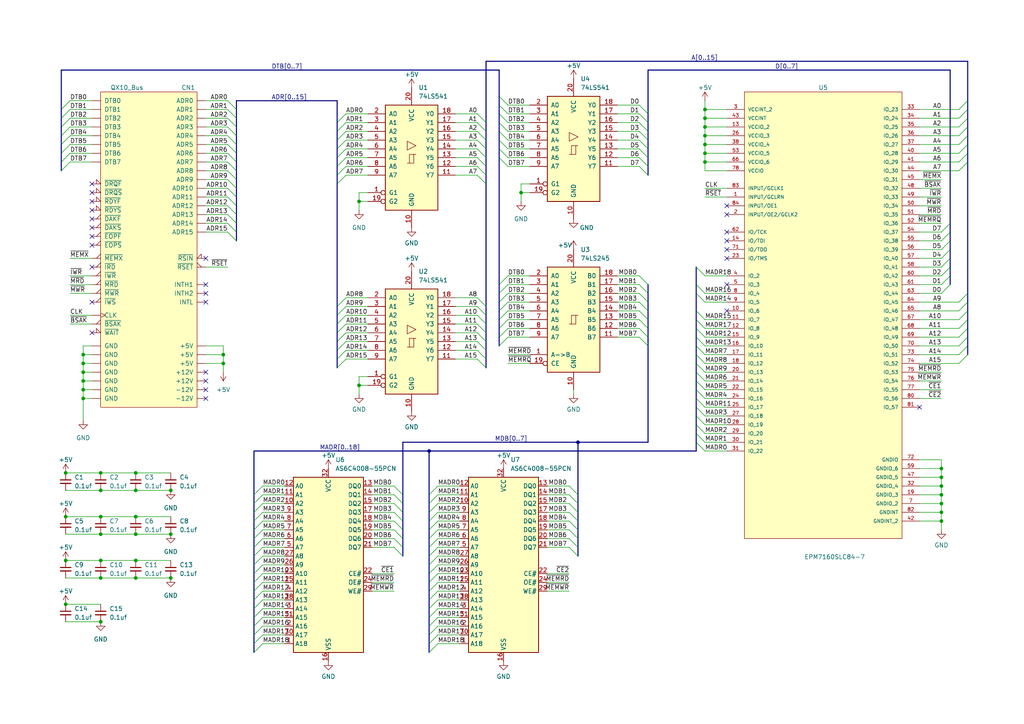
<source format=kicad_sch>
(kicad_sch (version 20211123) (generator eeschema)
  (paper "A4")
  (title_block (title "QX-10 1MB Memory Expansion Board") (date "2022-11-24") (rev "1.0"))
  (junction (at 124.46 130.81))
  (junction (at 19.05 162.56))
  (junction (at 204.47 46.99))
  (junction (at 104.14 58.42))
  (junction (at 64.77 105.41))
  (junction (at 64.77 102.87))
  (junction (at 24.13 105.41))
  (junction (at 24.13 110.49))
  (junction (at 204.47 36.83))
  (junction (at 273.05 146.05))
  (junction (at 29.21 180.34))
  (junction (at 204.47 31.75))
  (junction (at 24.13 113.03))
  (junction (at 39.37 137.16))
  (junction (at 39.37 162.56))
  (junction (at 39.37 167.64))
  (junction (at 29.21 137.16))
  (junction (at 39.37 142.24))
  (junction (at 29.21 149.86))
  (junction (at 273.05 148.59))
  (junction (at 204.47 39.37))
  (junction (at 273.05 143.51))
  (junction (at 24.13 115.57))
  (junction (at 204.47 34.29))
  (junction (at 24.13 107.95))
  (junction (at 24.13 102.87))
  (junction (at 273.05 151.13))
  (junction (at 19.05 149.86))
  (junction (at 19.05 175.26))
  (junction (at 29.21 154.94))
  (junction (at 29.21 167.64))
  (junction (at 49.53 154.94))
  (junction (at 204.47 41.91))
  (junction (at 273.05 135.89))
  (junction (at 19.05 137.16))
  (junction (at 29.21 142.24))
  (junction (at 29.21 162.56))
  (junction (at 49.53 142.24))
  (junction (at 151.13 55.88))
  (junction (at 204.47 44.45))
  (junction (at 104.14 111.76))
  (junction (at 39.37 154.94))
  (junction (at 273.05 138.43))
  (junction (at 273.05 140.97))
  (junction (at 167.64 128.27))
  (junction (at 49.53 167.64))
  (junction (at 39.37 149.86))
  (no_connect (at 210.82 59.69))
  (no_connect (at 210.82 62.23))
  (no_connect (at 210.82 67.31))
  (no_connect (at 210.82 69.85))
  (no_connect (at 210.82 72.39))
  (no_connect (at 210.82 74.93))
  (no_connect (at 26.67 87.63))
  (no_connect (at 59.69 85.09))
  (no_connect (at 26.67 96.52))
  (no_connect (at 26.67 53.34))
  (no_connect (at 26.67 55.88))
  (no_connect (at 26.67 58.42))
  (no_connect (at 26.67 60.96))
  (no_connect (at 26.67 63.5))
  (no_connect (at 59.69 107.95))
  (no_connect (at 59.69 110.49))
  (no_connect (at 59.69 113.03))
  (no_connect (at 59.69 115.57))
  (no_connect (at 59.69 82.55))
  (no_connect (at 59.69 74.93))
  (no_connect (at 59.69 87.63))
  (no_connect (at 26.67 77.47))
  (no_connect (at 26.67 66.04))
  (no_connect (at 26.67 68.58))
  (no_connect (at 26.67 71.12))
  (no_connect (at 266.7 118.11))
  (no_connect (at 210.82 90.17))
  (no_connect (at 210.82 82.55))
  (bus_entry (at 73.66 151.13) (size 2.54 -2.54))
  (bus_entry (at 185.42 85.09) (size 2.54 2.54))
  (bus_entry (at 17.78 41.91) (size 2.54 -2.54))
  (bus_entry (at 66.04 39.37) (size 2.54 2.54))
  (bus_entry (at 273.05 72.39) (size 2.54 -2.54))
  (bus_entry (at 17.78 46.99) (size 2.54 -2.54))
  (bus_entry (at 124.46 184.15) (size 2.54 -2.54))
  (bus_entry (at 278.13 87.63) (size 2.54 -2.54))
  (bus_entry (at 185.42 30.48) (size 2.54 2.54))
  (bus_entry (at 124.46 186.69) (size 2.54 -2.54))
  (bus_entry (at 73.66 146.05) (size 2.54 -2.54))
  (bus_entry (at 66.04 36.83) (size 2.54 2.54))
  (bus_entry (at 66.04 41.91) (size 2.54 2.54))
  (bus_entry (at 165.1 143.51) (size 2.54 2.54))
  (bus_entry (at 17.78 31.75) (size 2.54 -2.54))
  (bus_entry (at 124.46 143.51) (size 2.54 -2.54))
  (bus_entry (at 138.43 48.26) (size 2.54 2.54))
  (bus_entry (at 185.42 38.1) (size 2.54 2.54))
  (bus_entry (at 138.43 101.6) (size 2.54 2.54))
  (bus_entry (at 185.42 87.63) (size 2.54 2.54))
  (bus_entry (at 144.78 33.02) (size 2.54 2.54))
  (bus_entry (at 144.78 90.17) (size 2.54 -2.54))
  (bus_entry (at 278.13 95.25) (size 2.54 -2.54))
  (bus_entry (at 124.46 168.91) (size 2.54 -2.54))
  (bus_entry (at 278.13 41.91) (size 2.54 -2.54))
  (bus_entry (at 138.43 86.36) (size 2.54 2.54))
  (bus_entry (at 278.13 46.99) (size 2.54 -2.54))
  (bus_entry (at 124.46 148.59) (size 2.54 -2.54))
  (bus_entry (at 138.43 91.44) (size 2.54 2.54))
  (bus_entry (at 66.04 31.75) (size 2.54 2.54))
  (bus_entry (at 73.66 148.59) (size 2.54 -2.54))
  (bus_entry (at 273.05 74.93) (size 2.54 -2.54))
  (bus_entry (at 124.46 153.67) (size 2.54 -2.54))
  (bus_entry (at 97.79 88.9) (size 2.54 -2.54))
  (bus_entry (at 165.1 151.13) (size 2.54 2.54))
  (bus_entry (at 73.66 184.15) (size 2.54 -2.54))
  (bus_entry (at 201.93 92.71) (size 2.54 2.54))
  (bus_entry (at 138.43 43.18) (size 2.54 2.54))
  (bus_entry (at 73.66 166.37) (size 2.54 -2.54))
  (bus_entry (at 138.43 99.06) (size 2.54 2.54))
  (bus_entry (at 201.93 95.25) (size 2.54 2.54))
  (bus_entry (at 97.79 50.8) (size 2.54 -2.54))
  (bus_entry (at 138.43 88.9) (size 2.54 2.54))
  (bus_entry (at 124.46 173.99) (size 2.54 -2.54))
  (bus_entry (at 144.78 97.79) (size 2.54 -2.54))
  (bus_entry (at 273.05 80.01) (size 2.54 -2.54))
  (bus_entry (at 144.78 40.64) (size 2.54 2.54))
  (bus_entry (at 185.42 97.79) (size 2.54 2.54))
  (bus_entry (at 73.66 179.07) (size 2.54 -2.54))
  (bus_entry (at 144.78 27.94) (size 2.54 2.54))
  (bus_entry (at 201.93 115.57) (size 2.54 2.54))
  (bus_entry (at 124.46 156.21) (size 2.54 -2.54))
  (bus_entry (at 124.46 166.37) (size 2.54 -2.54))
  (bus_entry (at 201.93 105.41) (size 2.54 2.54))
  (bus_entry (at 66.04 46.99) (size 2.54 2.54))
  (bus_entry (at 124.46 179.07) (size 2.54 -2.54))
  (bus_entry (at 114.3 148.59) (size 2.54 2.54))
  (bus_entry (at 97.79 93.98) (size 2.54 -2.54))
  (bus_entry (at 97.79 99.06) (size 2.54 -2.54))
  (bus_entry (at 278.13 31.75) (size 2.54 -2.54))
  (bus_entry (at 17.78 34.29) (size 2.54 -2.54))
  (bus_entry (at 165.1 156.21) (size 2.54 2.54))
  (bus_entry (at 17.78 44.45) (size 2.54 -2.54))
  (bus_entry (at 278.13 49.53) (size 2.54 -2.54))
  (bus_entry (at 278.13 39.37) (size 2.54 -2.54))
  (bus_entry (at 185.42 48.26) (size 2.54 2.54))
  (bus_entry (at 97.79 38.1) (size 2.54 -2.54))
  (bus_entry (at 144.78 87.63) (size 2.54 -2.54))
  (bus_entry (at 97.79 40.64) (size 2.54 -2.54))
  (bus_entry (at 201.93 125.73) (size 2.54 2.54))
  (bus_entry (at 66.04 54.61) (size 2.54 2.54))
  (bus_entry (at 201.93 100.33) (size 2.54 2.54))
  (bus_entry (at 185.42 35.56) (size 2.54 2.54))
  (bus_entry (at 138.43 40.64) (size 2.54 2.54))
  (bus_entry (at 97.79 106.68) (size 2.54 -2.54))
  (bus_entry (at 97.79 96.52) (size 2.54 -2.54))
  (bus_entry (at 138.43 38.1) (size 2.54 2.54))
  (bus_entry (at 144.78 43.18) (size 2.54 2.54))
  (bus_entry (at 278.13 44.45) (size 2.54 -2.54))
  (bus_entry (at 138.43 93.98) (size 2.54 2.54))
  (bus_entry (at 185.42 82.55) (size 2.54 2.54))
  (bus_entry (at 97.79 104.14) (size 2.54 -2.54))
  (bus_entry (at 165.1 146.05) (size 2.54 2.54))
  (bus_entry (at 144.78 85.09) (size 2.54 -2.54))
  (bus_entry (at 66.04 44.45) (size 2.54 2.54))
  (bus_entry (at 66.04 52.07) (size 2.54 2.54))
  (bus_entry (at 165.1 148.59) (size 2.54 2.54))
  (bus_entry (at 124.46 189.23) (size 2.54 -2.54))
  (bus_entry (at 144.78 45.72) (size 2.54 2.54))
  (bus_entry (at 66.04 59.69) (size 2.54 2.54))
  (bus_entry (at 114.3 143.51) (size 2.54 2.54))
  (bus_entry (at 201.93 107.95) (size 2.54 2.54))
  (bus_entry (at 97.79 45.72) (size 2.54 -2.54))
  (bus_entry (at 124.46 161.29) (size 2.54 -2.54))
  (bus_entry (at 138.43 33.02) (size 2.54 2.54))
  (bus_entry (at 201.93 120.65) (size 2.54 2.54))
  (bus_entry (at 66.04 34.29) (size 2.54 2.54))
  (bus_entry (at 73.66 143.51) (size 2.54 -2.54))
  (bus_entry (at 144.78 100.33) (size 2.54 -2.54))
  (bus_entry (at 144.78 82.55) (size 2.54 -2.54))
  (bus_entry (at 278.13 97.79) (size 2.54 -2.54))
  (bus_entry (at 185.42 92.71) (size 2.54 2.54))
  (bus_entry (at 17.78 39.37) (size 2.54 -2.54))
  (bus_entry (at 185.42 43.18) (size 2.54 2.54))
  (bus_entry (at 97.79 43.18) (size 2.54 -2.54))
  (bus_entry (at 114.3 140.97) (size 2.54 2.54))
  (bus_entry (at 185.42 95.25) (size 2.54 2.54))
  (bus_entry (at 201.93 110.49) (size 2.54 2.54))
  (bus_entry (at 73.66 171.45) (size 2.54 -2.54))
  (bus_entry (at 124.46 171.45) (size 2.54 -2.54))
  (bus_entry (at 73.66 176.53) (size 2.54 -2.54))
  (bus_entry (at 278.13 102.87) (size 2.54 -2.54))
  (bus_entry (at 73.66 161.29) (size 2.54 -2.54))
  (bus_entry (at 165.1 158.75) (size 2.54 2.54))
  (bus_entry (at 138.43 96.52) (size 2.54 2.54))
  (bus_entry (at 73.66 153.67) (size 2.54 -2.54))
  (bus_entry (at 273.05 77.47) (size 2.54 -2.54))
  (bus_entry (at 66.04 29.21) (size 2.54 2.54))
  (bus_entry (at 201.93 97.79) (size 2.54 2.54))
  (bus_entry (at 124.46 158.75) (size 2.54 -2.54))
  (bus_entry (at 97.79 48.26) (size 2.54 -2.54))
  (bus_entry (at 144.78 92.71) (size 2.54 -2.54))
  (bus_entry (at 201.93 113.03) (size 2.54 2.54))
  (bus_entry (at 73.66 158.75) (size 2.54 -2.54))
  (bus_entry (at 97.79 53.34) (size 2.54 -2.54))
  (bus_entry (at 114.3 146.05) (size 2.54 2.54))
  (bus_entry (at 273.05 69.85) (size 2.54 -2.54))
  (bus_entry (at 97.79 101.6) (size 2.54 -2.54))
  (bus_entry (at 278.13 105.41) (size 2.54 -2.54))
  (bus_entry (at 66.04 57.15) (size 2.54 2.54))
  (bus_entry (at 138.43 35.56) (size 2.54 2.54))
  (bus_entry (at 73.66 173.99) (size 2.54 -2.54))
  (bus_entry (at 73.66 156.21) (size 2.54 -2.54))
  (bus_entry (at 17.78 36.83) (size 2.54 -2.54))
  (bus_entry (at 278.13 100.33) (size 2.54 -2.54))
  (bus_entry (at 278.13 90.17) (size 2.54 -2.54))
  (bus_entry (at 185.42 80.01) (size 2.54 2.54))
  (bus_entry (at 201.93 128.27) (size 2.54 2.54))
  (bus_entry (at 278.13 36.83) (size 2.54 -2.54))
  (bus_entry (at 144.78 95.25) (size 2.54 -2.54))
  (bus_entry (at 114.3 153.67) (size 2.54 2.54))
  (bus_entry (at 124.46 151.13) (size 2.54 -2.54))
  (bus_entry (at 73.66 186.69) (size 2.54 -2.54))
  (bus_entry (at 114.3 158.75) (size 2.54 2.54))
  (bus_entry (at 201.93 123.19) (size 2.54 2.54))
  (bus_entry (at 185.42 90.17) (size 2.54 2.54))
  (bus_entry (at 201.93 77.47) (size 2.54 2.54))
  (bus_entry (at 201.93 82.55) (size 2.54 2.54))
  (bus_entry (at 201.93 85.09) (size 2.54 2.54))
  (bus_entry (at 201.93 90.17) (size 2.54 2.54))
  (bus_entry (at 138.43 45.72) (size 2.54 2.54))
  (bus_entry (at 73.66 189.23) (size 2.54 -2.54))
  (bus_entry (at 278.13 92.71) (size 2.54 -2.54))
  (bus_entry (at 201.93 102.87) (size 2.54 2.54))
  (bus_entry (at 185.42 33.02) (size 2.54 2.54))
  (bus_entry (at 73.66 181.61) (size 2.54 -2.54))
  (bus_entry (at 144.78 35.56) (size 2.54 2.54))
  (bus_entry (at 66.04 49.53) (size 2.54 2.54))
  (bus_entry (at 185.42 45.72) (size 2.54 2.54))
  (bus_entry (at 201.93 118.11) (size 2.54 2.54))
  (bus_entry (at 73.66 163.83) (size 2.54 -2.54))
  (bus_entry (at 17.78 49.53) (size 2.54 -2.54))
  (bus_entry (at 273.05 82.55) (size 2.54 -2.54))
  (bus_entry (at 185.42 40.64) (size 2.54 2.54))
  (bus_entry (at 165.1 153.67) (size 2.54 2.54))
  (bus_entry (at 66.04 62.23) (size 2.54 2.54))
  (bus_entry (at 73.66 168.91) (size 2.54 -2.54))
  (bus_entry (at 97.79 91.44) (size 2.54 -2.54))
  (bus_entry (at 273.05 85.09) (size 2.54 -2.54))
  (bus_entry (at 124.46 163.83) (size 2.54 -2.54))
  (bus_entry (at 66.04 64.77) (size 2.54 2.54))
  (bus_entry (at 138.43 104.14) (size 2.54 2.54))
  (bus_entry (at 124.46 146.05) (size 2.54 -2.54))
  (bus_entry (at 66.04 67.31) (size 2.54 2.54))
  (bus_entry (at 144.78 30.48) (size 2.54 2.54))
  (bus_entry (at 114.3 156.21) (size 2.54 2.54))
  (bus_entry (at 278.13 34.29) (size 2.54 -2.54))
  (bus_entry (at 273.05 67.31) (size 2.54 -2.54))
  (bus_entry (at 114.3 151.13) (size 2.54 2.54))
  (bus_entry (at 138.43 50.8) (size 2.54 2.54))
  (bus_entry (at 144.78 38.1) (size 2.54 2.54))
  (bus_entry (at 124.46 176.53) (size 2.54 -2.54))
  (bus_entry (at 97.79 35.56) (size 2.54 -2.54))
  (bus_entry (at 124.46 181.61) (size 2.54 -2.54))
  (bus_entry (at 165.1 140.97) (size 2.54 2.54))
  (wire (pts (xy 147.32 102.87) (xy 153.67 102.87)))
  (wire (pts (xy 127 148.59) (xy 133.35 148.59)))
  (bus (pts (xy 140.97 43.18) (xy 140.97 45.72)))
  (wire (pts (xy 59.69 44.45) (xy 66.04 44.45)))
  (wire (pts (xy 266.7 135.89) (xy 273.05 135.89)))
  (bus (pts (xy 144.78 35.56) (xy 144.78 38.1)))
  (bus (pts (xy 140.97 50.8) (xy 140.97 53.34)))
  (wire (pts (xy 273.05 143.51) (xy 273.05 146.05)))
  (wire (pts (xy 179.07 95.25) (xy 185.42 95.25)))
  (wire (pts (xy 204.47 120.65) (xy 210.82 120.65)))
  (wire (pts (xy 24.13 115.57) (xy 24.13 121.92)))
  (wire (pts (xy 266.7 74.93) (xy 273.05 74.93)))
  (wire (pts (xy 20.32 46.99) (xy 26.67 46.99)))
  (wire (pts (xy 266.7 151.13) (xy 273.05 151.13)))
  (bus (pts (xy 68.58 57.15) (xy 68.58 54.61)))
  (bus (pts (xy 144.78 20.32) (xy 144.78 27.94)))
  (bus (pts (xy 68.58 64.77) (xy 68.58 62.23)))
  (wire (pts (xy 59.69 64.77) (xy 66.04 64.77)))
  (wire (pts (xy 158.75 171.45) (xy 165.1 171.45)))
  (wire (pts (xy 106.68 109.22) (xy 104.14 109.22)))
  (wire (pts (xy 59.69 46.99) (xy 66.04 46.99)))
  (wire (pts (xy 127 156.21) (xy 133.35 156.21)))
  (wire (pts (xy 20.32 80.01) (xy 26.67 80.01)))
  (wire (pts (xy 104.14 58.42) (xy 104.14 60.96)))
  (wire (pts (xy 266.7 82.55) (xy 273.05 82.55)))
  (wire (pts (xy 151.13 55.88) (xy 153.67 55.88)))
  (wire (pts (xy 127 181.61) (xy 133.35 181.61)))
  (wire (pts (xy 26.67 100.33) (xy 24.13 100.33)))
  (wire (pts (xy 266.7 49.53) (xy 278.13 49.53)))
  (bus (pts (xy 73.66 158.75) (xy 73.66 156.21)))
  (wire (pts (xy 19.05 137.16) (xy 29.21 137.16)))
  (bus (pts (xy 97.79 104.14) (xy 97.79 106.68)))
  (bus (pts (xy 187.96 90.17) (xy 187.96 92.71)))
  (wire (pts (xy 204.47 128.27) (xy 210.82 128.27)))
  (bus (pts (xy 73.66 179.07) (xy 73.66 176.53)))
  (wire (pts (xy 127 179.07) (xy 133.35 179.07)))
  (bus (pts (xy 167.64 143.51) (xy 167.64 146.05)))
  (wire (pts (xy 100.33 91.44) (xy 106.68 91.44)))
  (wire (pts (xy 127 153.67) (xy 133.35 153.67)))
  (wire (pts (xy 132.08 43.18) (xy 138.43 43.18)))
  (wire (pts (xy 204.47 36.83) (xy 204.47 39.37)))
  (wire (pts (xy 132.08 93.98) (xy 138.43 93.98)))
  (wire (pts (xy 24.13 102.87) (xy 24.13 105.41)))
  (bus (pts (xy 73.66 161.29) (xy 73.66 158.75)))
  (bus (pts (xy 280.67 100.33) (xy 280.67 97.79)))
  (bus (pts (xy 116.84 128.27) (xy 167.64 128.27)))
  (wire (pts (xy 20.32 39.37) (xy 26.67 39.37)))
  (wire (pts (xy 273.05 146.05) (xy 273.05 148.59)))
  (wire (pts (xy 76.2 168.91) (xy 82.55 168.91)))
  (wire (pts (xy 266.7 110.49) (xy 273.05 110.49)))
  (bus (pts (xy 280.67 92.71) (xy 280.67 90.17)))
  (bus (pts (xy 187.96 33.02) (xy 187.96 35.56)))
  (wire (pts (xy 132.08 88.9) (xy 138.43 88.9)))
  (wire (pts (xy 24.13 110.49) (xy 26.67 110.49)))
  (bus (pts (xy 73.66 168.91) (xy 73.66 166.37)))
  (wire (pts (xy 158.75 151.13) (xy 165.1 151.13)))
  (wire (pts (xy 147.32 90.17) (xy 153.67 90.17)))
  (bus (pts (xy 68.58 67.31) (xy 68.58 64.77)))
  (bus (pts (xy 144.78 38.1) (xy 144.78 40.64)))
  (bus (pts (xy 17.78 46.99) (xy 17.78 49.53)))
  (wire (pts (xy 24.13 100.33) (xy 24.13 102.87)))
  (wire (pts (xy 20.32 74.93) (xy 26.67 74.93)))
  (bus (pts (xy 140.97 38.1) (xy 140.97 40.64)))
  (wire (pts (xy 147.32 40.64) (xy 153.67 40.64)))
  (wire (pts (xy 127 166.37) (xy 133.35 166.37)))
  (wire (pts (xy 147.32 33.02) (xy 153.67 33.02)))
  (wire (pts (xy 59.69 62.23) (xy 66.04 62.23)))
  (wire (pts (xy 266.7 87.63) (xy 278.13 87.63)))
  (bus (pts (xy 280.67 87.63) (xy 280.67 85.09)))
  (wire (pts (xy 266.7 36.83) (xy 278.13 36.83)))
  (bus (pts (xy 73.66 143.51) (xy 73.66 130.81)))
  (wire (pts (xy 158.75 143.51) (xy 165.1 143.51)))
  (bus (pts (xy 124.46 151.13) (xy 124.46 153.67)))
  (bus (pts (xy 73.66 189.23) (xy 73.66 186.69)))
  (bus (pts (xy 187.96 92.71) (xy 187.96 95.25)))
  (bus (pts (xy 73.66 166.37) (xy 73.66 163.83)))
  (bus (pts (xy 280.67 41.91) (xy 280.67 39.37)))
  (wire (pts (xy 20.32 44.45) (xy 26.67 44.45)))
  (bus (pts (xy 280.67 46.99) (xy 280.67 44.45)))
  (wire (pts (xy 100.33 50.8) (xy 106.68 50.8)))
  (bus (pts (xy 73.66 171.45) (xy 73.66 168.91)))
  (wire (pts (xy 179.07 85.09) (xy 185.42 85.09)))
  (bus (pts (xy 187.96 20.32) (xy 187.96 33.02)))
  (wire (pts (xy 76.2 163.83) (xy 82.55 163.83)))
  (wire (pts (xy 64.77 105.41) (xy 64.77 107.95)))
  (wire (pts (xy 59.69 59.69) (xy 66.04 59.69)))
  (bus (pts (xy 140.97 91.44) (xy 140.97 93.98)))
  (bus (pts (xy 167.64 153.67) (xy 167.64 156.21)))
  (wire (pts (xy 151.13 55.88) (xy 151.13 58.42)))
  (wire (pts (xy 127 173.99) (xy 133.35 173.99)))
  (bus (pts (xy 140.97 104.14) (xy 140.97 106.68)))
  (wire (pts (xy 29.21 167.64) (xy 39.37 167.64)))
  (bus (pts (xy 124.46 148.59) (xy 124.46 151.13)))
  (bus (pts (xy 140.97 99.06) (xy 140.97 101.6)))
  (bus (pts (xy 124.46 161.29) (xy 124.46 163.83)))
  (bus (pts (xy 187.96 100.33) (xy 187.96 128.27)))
  (wire (pts (xy 59.69 49.53) (xy 66.04 49.53)))
  (wire (pts (xy 106.68 55.88) (xy 104.14 55.88)))
  (bus (pts (xy 124.46 153.67) (xy 124.46 156.21)))
  (wire (pts (xy 179.07 92.71) (xy 185.42 92.71)))
  (bus (pts (xy 68.58 52.07) (xy 68.58 49.53)))
  (bus (pts (xy 140.97 45.72) (xy 140.97 48.26)))
  (wire (pts (xy 266.7 80.01) (xy 273.05 80.01)))
  (bus (pts (xy 116.84 148.59) (xy 116.84 146.05)))
  (wire (pts (xy 76.2 181.61) (xy 82.55 181.61)))
  (bus (pts (xy 140.97 88.9) (xy 140.97 91.44)))
  (bus (pts (xy 124.46 181.61) (xy 124.46 184.15)))
  (wire (pts (xy 266.7 100.33) (xy 278.13 100.33)))
  (bus (pts (xy 187.96 97.79) (xy 187.96 100.33)))
  (wire (pts (xy 147.32 82.55) (xy 153.67 82.55)))
  (wire (pts (xy 204.47 31.75) (xy 204.47 34.29)))
  (wire (pts (xy 19.05 162.56) (xy 29.21 162.56)))
  (wire (pts (xy 132.08 33.02) (xy 138.43 33.02)))
  (bus (pts (xy 124.46 173.99) (xy 124.46 176.53)))
  (bus (pts (xy 201.93 107.95) (xy 201.93 105.41)))
  (wire (pts (xy 266.7 102.87) (xy 278.13 102.87)))
  (bus (pts (xy 144.78 30.48) (xy 144.78 33.02)))
  (wire (pts (xy 132.08 96.52) (xy 138.43 96.52)))
  (bus (pts (xy 280.67 85.09) (xy 280.67 46.99)))
  (bus (pts (xy 280.67 102.87) (xy 280.67 100.33)))
  (wire (pts (xy 147.32 43.18) (xy 153.67 43.18)))
  (bus (pts (xy 140.97 35.56) (xy 140.97 38.1)))
  (wire (pts (xy 76.2 173.99) (xy 82.55 173.99)))
  (bus (pts (xy 201.93 105.41) (xy 201.93 102.87)))
  (bus (pts (xy 73.66 151.13) (xy 73.66 148.59)))
  (wire (pts (xy 132.08 35.56) (xy 138.43 35.56)))
  (wire (pts (xy 132.08 45.72) (xy 138.43 45.72)))
  (bus (pts (xy 140.97 101.6) (xy 140.97 104.14)))
  (wire (pts (xy 158.75 156.21) (xy 165.1 156.21)))
  (bus (pts (xy 97.79 96.52) (xy 97.79 99.06)))
  (wire (pts (xy 76.2 153.67) (xy 82.55 153.67)))
  (bus (pts (xy 144.78 90.17) (xy 144.78 87.63)))
  (wire (pts (xy 100.33 33.02) (xy 106.68 33.02)))
  (bus (pts (xy 116.84 146.05) (xy 116.84 143.51)))
  (bus (pts (xy 68.58 29.21) (xy 97.79 29.21)))
  (bus (pts (xy 275.59 72.39) (xy 275.59 74.93)))
  (bus (pts (xy 97.79 29.21) (xy 97.79 35.56)))
  (bus (pts (xy 73.66 176.53) (xy 73.66 173.99)))
  (wire (pts (xy 29.21 154.94) (xy 39.37 154.94)))
  (bus (pts (xy 144.78 27.94) (xy 144.78 30.48)))
  (bus (pts (xy 124.46 166.37) (xy 124.46 168.91)))
  (wire (pts (xy 107.95 143.51) (xy 114.3 143.51)))
  (wire (pts (xy 39.37 167.64) (xy 49.53 167.64)))
  (wire (pts (xy 179.07 90.17) (xy 185.42 90.17)))
  (bus (pts (xy 144.78 40.64) (xy 144.78 43.18)))
  (wire (pts (xy 204.47 92.71) (xy 210.82 92.71)))
  (bus (pts (xy 73.66 163.83) (xy 73.66 161.29)))
  (wire (pts (xy 104.14 109.22) (xy 104.14 111.76)))
  (wire (pts (xy 100.33 101.6) (xy 106.68 101.6)))
  (bus (pts (xy 167.64 128.27) (xy 167.64 143.51)))
  (bus (pts (xy 140.97 40.64) (xy 140.97 43.18)))
  (wire (pts (xy 266.7 31.75) (xy 278.13 31.75)))
  (wire (pts (xy 24.13 105.41) (xy 24.13 107.95)))
  (bus (pts (xy 167.64 128.27) (xy 187.96 128.27)))
  (bus (pts (xy 124.46 130.81) (xy 201.93 130.81)))
  (wire (pts (xy 204.47 57.15) (xy 210.82 57.15)))
  (wire (pts (xy 147.32 95.25) (xy 153.67 95.25)))
  (wire (pts (xy 76.2 161.29) (xy 82.55 161.29)))
  (bus (pts (xy 201.93 92.71) (xy 201.93 90.17)))
  (bus (pts (xy 116.84 128.27) (xy 116.84 143.51)))
  (wire (pts (xy 24.13 102.87) (xy 26.67 102.87)))
  (bus (pts (xy 116.84 151.13) (xy 116.84 148.59)))
  (bus (pts (xy 140.97 96.52) (xy 140.97 99.06)))
  (wire (pts (xy 204.47 39.37) (xy 204.47 41.91)))
  (bus (pts (xy 17.78 41.91) (xy 17.78 44.45)))
  (bus (pts (xy 275.59 74.93) (xy 275.59 77.47)))
  (wire (pts (xy 204.47 39.37) (xy 210.82 39.37)))
  (wire (pts (xy 158.75 140.97) (xy 165.1 140.97)))
  (wire (pts (xy 20.32 41.91) (xy 26.67 41.91)))
  (bus (pts (xy 275.59 77.47) (xy 275.59 80.01)))
  (bus (pts (xy 97.79 93.98) (xy 97.79 96.52)))
  (wire (pts (xy 59.69 52.07) (xy 66.04 52.07)))
  (wire (pts (xy 204.47 105.41) (xy 210.82 105.41)))
  (wire (pts (xy 204.47 44.45) (xy 204.47 46.99)))
  (wire (pts (xy 20.32 93.98) (xy 26.67 93.98)))
  (wire (pts (xy 20.32 82.55) (xy 26.67 82.55)))
  (wire (pts (xy 204.47 31.75) (xy 210.82 31.75)))
  (bus (pts (xy 275.59 20.32) (xy 187.96 20.32)))
  (bus (pts (xy 68.58 36.83) (xy 68.58 34.29)))
  (wire (pts (xy 147.32 97.79) (xy 153.67 97.79)))
  (bus (pts (xy 68.58 41.91) (xy 68.58 39.37)))
  (wire (pts (xy 204.47 102.87) (xy 210.82 102.87)))
  (bus (pts (xy 124.46 171.45) (xy 124.46 173.99)))
  (wire (pts (xy 147.32 92.71) (xy 153.67 92.71)))
  (bus (pts (xy 275.59 20.32) (xy 275.59 64.77)))
  (wire (pts (xy 29.21 137.16) (xy 39.37 137.16)))
  (bus (pts (xy 201.93 113.03) (xy 201.93 110.49)))
  (wire (pts (xy 107.95 166.37) (xy 114.3 166.37)))
  (bus (pts (xy 68.58 49.53) (xy 68.58 46.99)))
  (wire (pts (xy 266.7 146.05) (xy 273.05 146.05)))
  (wire (pts (xy 266.7 113.03) (xy 273.05 113.03)))
  (wire (pts (xy 266.7 143.51) (xy 273.05 143.51)))
  (wire (pts (xy 19.05 142.24) (xy 29.21 142.24)))
  (wire (pts (xy 204.47 36.83) (xy 210.82 36.83)))
  (wire (pts (xy 266.7 46.99) (xy 278.13 46.99)))
  (wire (pts (xy 204.47 29.21) (xy 204.47 31.75)))
  (wire (pts (xy 107.95 171.45) (xy 114.3 171.45)))
  (wire (pts (xy 24.13 113.03) (xy 24.13 115.57)))
  (bus (pts (xy 275.59 67.31) (xy 275.59 69.85)))
  (wire (pts (xy 204.47 41.91) (xy 210.82 41.91)))
  (wire (pts (xy 127 146.05) (xy 133.35 146.05)))
  (bus (pts (xy 17.78 34.29) (xy 17.78 36.83)))
  (wire (pts (xy 132.08 48.26) (xy 138.43 48.26)))
  (bus (pts (xy 140.97 35.56) (xy 140.97 17.78)))
  (bus (pts (xy 17.78 44.45) (xy 17.78 46.99)))
  (bus (pts (xy 187.96 43.18) (xy 187.96 45.72)))
  (wire (pts (xy 147.32 80.01) (xy 153.67 80.01)))
  (wire (pts (xy 266.7 92.71) (xy 278.13 92.71)))
  (wire (pts (xy 273.05 138.43) (xy 273.05 140.97)))
  (bus (pts (xy 124.46 163.83) (xy 124.46 166.37)))
  (wire (pts (xy 179.07 35.56) (xy 185.42 35.56)))
  (wire (pts (xy 266.7 72.39) (xy 273.05 72.39)))
  (wire (pts (xy 100.33 93.98) (xy 106.68 93.98)))
  (bus (pts (xy 124.46 158.75) (xy 124.46 161.29)))
  (wire (pts (xy 158.75 146.05) (xy 165.1 146.05)))
  (wire (pts (xy 179.07 97.79) (xy 185.42 97.79)))
  (wire (pts (xy 59.69 36.83) (xy 66.04 36.83)))
  (wire (pts (xy 147.32 30.48) (xy 153.67 30.48)))
  (wire (pts (xy 179.07 48.26) (xy 185.42 48.26)))
  (wire (pts (xy 39.37 154.94) (xy 49.53 154.94)))
  (wire (pts (xy 100.33 38.1) (xy 106.68 38.1)))
  (wire (pts (xy 204.47 46.99) (xy 204.47 49.53)))
  (wire (pts (xy 153.67 53.34) (xy 151.13 53.34)))
  (bus (pts (xy 73.66 146.05) (xy 73.66 143.51)))
  (wire (pts (xy 127 140.97) (xy 133.35 140.97)))
  (bus (pts (xy 201.93 130.81) (xy 201.93 128.27)))
  (wire (pts (xy 204.47 113.03) (xy 210.82 113.03)))
  (wire (pts (xy 147.32 38.1) (xy 153.67 38.1)))
  (wire (pts (xy 132.08 40.64) (xy 138.43 40.64)))
  (wire (pts (xy 76.2 156.21) (xy 82.55 156.21)))
  (bus (pts (xy 17.78 20.32) (xy 17.78 31.75)))
  (wire (pts (xy 127 171.45) (xy 133.35 171.45)))
  (bus (pts (xy 201.93 118.11) (xy 201.93 115.57)))
  (wire (pts (xy 107.95 158.75) (xy 114.3 158.75)))
  (wire (pts (xy 273.05 148.59) (xy 273.05 151.13)))
  (bus (pts (xy 140.97 93.98) (xy 140.97 96.52)))
  (bus (pts (xy 280.67 44.45) (xy 280.67 41.91)))
  (wire (pts (xy 266.7 140.97) (xy 273.05 140.97)))
  (bus (pts (xy 116.84 153.67) (xy 116.84 151.13)))
  (bus (pts (xy 201.93 102.87) (xy 201.93 100.33)))
  (wire (pts (xy 24.13 113.03) (xy 26.67 113.03)))
  (wire (pts (xy 76.2 186.69) (xy 82.55 186.69)))
  (bus (pts (xy 124.46 156.21) (xy 124.46 158.75)))
  (bus (pts (xy 124.46 179.07) (xy 124.46 181.61)))
  (wire (pts (xy 147.32 85.09) (xy 153.67 85.09)))
  (bus (pts (xy 280.67 34.29) (xy 280.67 31.75)))
  (wire (pts (xy 147.32 105.41) (xy 153.67 105.41)))
  (wire (pts (xy 266.7 64.77) (xy 273.05 64.77)))
  (wire (pts (xy 19.05 149.86) (xy 29.21 149.86)))
  (bus (pts (xy 17.78 31.75) (xy 17.78 34.29)))
  (bus (pts (xy 73.66 173.99) (xy 73.66 171.45)))
  (bus (pts (xy 144.78 87.63) (xy 144.78 85.09)))
  (wire (pts (xy 104.14 55.88) (xy 104.14 58.42)))
  (bus (pts (xy 73.66 130.81) (xy 124.46 130.81)))
  (bus (pts (xy 97.79 40.64) (xy 97.79 43.18)))
  (bus (pts (xy 97.79 38.1) (xy 97.79 40.64)))
  (wire (pts (xy 20.32 29.21) (xy 26.67 29.21)))
  (bus (pts (xy 68.58 34.29) (xy 68.58 31.75)))
  (wire (pts (xy 210.82 130.81) (xy 204.47 130.81)))
  (bus (pts (xy 73.66 156.21) (xy 73.66 153.67)))
  (wire (pts (xy 19.05 167.64) (xy 29.21 167.64)))
  (wire (pts (xy 147.32 35.56) (xy 153.67 35.56)))
  (bus (pts (xy 68.58 44.45) (xy 68.58 41.91)))
  (bus (pts (xy 280.67 29.21) (xy 280.67 17.78)))
  (wire (pts (xy 20.32 34.29) (xy 26.67 34.29)))
  (wire (pts (xy 127 151.13) (xy 133.35 151.13)))
  (wire (pts (xy 76.2 184.15) (xy 82.55 184.15)))
  (wire (pts (xy 100.33 104.14) (xy 106.68 104.14)))
  (wire (pts (xy 179.07 40.64) (xy 185.42 40.64)))
  (wire (pts (xy 266.7 105.41) (xy 278.13 105.41)))
  (wire (pts (xy 64.77 100.33) (xy 64.77 102.87)))
  (wire (pts (xy 266.7 59.69) (xy 273.05 59.69)))
  (wire (pts (xy 29.21 149.86) (xy 39.37 149.86)))
  (bus (pts (xy 167.64 146.05) (xy 167.64 148.59)))
  (bus (pts (xy 116.84 156.21) (xy 116.84 153.67)))
  (bus (pts (xy 167.64 158.75) (xy 167.64 161.29)))
  (wire (pts (xy 76.2 166.37) (xy 82.55 166.37)))
  (wire (pts (xy 39.37 137.16) (xy 49.53 137.16)))
  (bus (pts (xy 97.79 35.56) (xy 97.79 38.1)))
  (wire (pts (xy 204.47 49.53) (xy 210.82 49.53)))
  (wire (pts (xy 59.69 39.37) (xy 66.04 39.37)))
  (bus (pts (xy 140.97 53.34) (xy 140.97 88.9)))
  (wire (pts (xy 107.95 146.05) (xy 114.3 146.05)))
  (wire (pts (xy 100.33 45.72) (xy 106.68 45.72)))
  (wire (pts (xy 59.69 67.31) (xy 66.04 67.31)))
  (wire (pts (xy 19.05 154.94) (xy 29.21 154.94)))
  (wire (pts (xy 76.2 143.51) (xy 82.55 143.51)))
  (bus (pts (xy 124.46 176.53) (xy 124.46 179.07)))
  (bus (pts (xy 201.93 120.65) (xy 201.93 118.11)))
  (wire (pts (xy 204.47 46.99) (xy 210.82 46.99)))
  (wire (pts (xy 104.14 111.76) (xy 104.14 114.3)))
  (bus (pts (xy 201.93 125.73) (xy 201.93 123.19)))
  (bus (pts (xy 68.58 46.99) (xy 68.58 44.45)))
  (wire (pts (xy 19.05 175.26) (xy 29.21 175.26)))
  (bus (pts (xy 97.79 48.26) (xy 97.79 50.8)))
  (wire (pts (xy 24.13 107.95) (xy 26.67 107.95)))
  (bus (pts (xy 17.78 20.32) (xy 144.78 20.32)))
  (bus (pts (xy 201.93 90.17) (xy 201.93 85.09)))
  (wire (pts (xy 19.05 180.34) (xy 29.21 180.34)))
  (wire (pts (xy 266.7 69.85) (xy 273.05 69.85)))
  (wire (pts (xy 204.47 95.25) (xy 210.82 95.25)))
  (wire (pts (xy 179.07 80.01) (xy 185.42 80.01)))
  (wire (pts (xy 204.47 85.09) (xy 210.82 85.09)))
  (wire (pts (xy 107.95 156.21) (xy 114.3 156.21)))
  (wire (pts (xy 204.47 100.33) (xy 210.82 100.33)))
  (bus (pts (xy 140.97 17.78) (xy 280.67 17.78)))
  (bus (pts (xy 97.79 43.18) (xy 97.79 45.72)))
  (bus (pts (xy 97.79 45.72) (xy 97.79 48.26)))
  (wire (pts (xy 204.47 34.29) (xy 210.82 34.29)))
  (wire (pts (xy 204.47 41.91) (xy 204.47 44.45)))
  (wire (pts (xy 204.47 123.19) (xy 210.82 123.19)))
  (bus (pts (xy 280.67 39.37) (xy 280.67 36.83)))
  (bus (pts (xy 124.46 168.91) (xy 124.46 171.45)))
  (wire (pts (xy 204.47 107.95) (xy 210.82 107.95)))
  (wire (pts (xy 266.7 148.59) (xy 273.05 148.59)))
  (wire (pts (xy 127 176.53) (xy 133.35 176.53)))
  (bus (pts (xy 167.64 148.59) (xy 167.64 151.13)))
  (wire (pts (xy 204.47 87.63) (xy 210.82 87.63)))
  (bus (pts (xy 201.93 100.33) (xy 201.93 97.79)))
  (bus (pts (xy 124.46 186.69) (xy 124.46 189.23)))
  (wire (pts (xy 204.47 44.45) (xy 210.82 44.45)))
  (wire (pts (xy 20.32 36.83) (xy 26.67 36.83)))
  (wire (pts (xy 266.7 95.25) (xy 278.13 95.25)))
  (wire (pts (xy 76.2 140.97) (xy 82.55 140.97)))
  (bus (pts (xy 167.64 156.21) (xy 167.64 158.75)))
  (wire (pts (xy 100.33 96.52) (xy 106.68 96.52)))
  (wire (pts (xy 158.75 153.67) (xy 165.1 153.67)))
  (wire (pts (xy 59.69 102.87) (xy 64.77 102.87)))
  (bus (pts (xy 201.93 95.25) (xy 201.93 92.71)))
  (wire (pts (xy 132.08 101.6) (xy 138.43 101.6)))
  (wire (pts (xy 127 163.83) (xy 133.35 163.83)))
  (bus (pts (xy 124.46 146.05) (xy 124.46 148.59)))
  (bus (pts (xy 17.78 39.37) (xy 17.78 41.91)))
  (wire (pts (xy 59.69 29.21) (xy 66.04 29.21)))
  (wire (pts (xy 59.69 34.29) (xy 66.04 34.29)))
  (wire (pts (xy 266.7 133.35) (xy 273.05 133.35)))
  (bus (pts (xy 97.79 88.9) (xy 97.79 91.44)))
  (wire (pts (xy 76.2 148.59) (xy 82.55 148.59)))
  (wire (pts (xy 100.33 40.64) (xy 106.68 40.64)))
  (bus (pts (xy 116.84 158.75) (xy 116.84 156.21)))
  (bus (pts (xy 187.96 45.72) (xy 187.96 48.26)))
  (bus (pts (xy 144.78 92.71) (xy 144.78 90.17)))
  (wire (pts (xy 104.14 111.76) (xy 106.68 111.76)))
  (wire (pts (xy 179.07 38.1) (xy 185.42 38.1)))
  (wire (pts (xy 266.7 44.45) (xy 278.13 44.45)))
  (wire (pts (xy 179.07 30.48) (xy 185.42 30.48)))
  (wire (pts (xy 266.7 34.29) (xy 278.13 34.29)))
  (wire (pts (xy 132.08 99.06) (xy 138.43 99.06)))
  (wire (pts (xy 266.7 41.91) (xy 278.13 41.91)))
  (bus (pts (xy 68.58 31.75) (xy 68.58 29.21)))
  (wire (pts (xy 266.7 115.57) (xy 273.05 115.57)))
  (wire (pts (xy 127 161.29) (xy 133.35 161.29)))
  (bus (pts (xy 68.58 39.37) (xy 68.58 36.83)))
  (wire (pts (xy 132.08 50.8) (xy 138.43 50.8)))
  (bus (pts (xy 73.66 153.67) (xy 73.66 151.13)))
  (wire (pts (xy 158.75 148.59) (xy 165.1 148.59)))
  (wire (pts (xy 204.47 115.57) (xy 210.82 115.57)))
  (bus (pts (xy 144.78 45.72) (xy 144.78 82.55)))
  (wire (pts (xy 29.21 142.24) (xy 39.37 142.24)))
  (bus (pts (xy 144.78 85.09) (xy 144.78 82.55)))
  (bus (pts (xy 68.58 54.61) (xy 68.58 52.07)))
  (bus (pts (xy 201.93 110.49) (xy 201.93 107.95)))
  (bus (pts (xy 280.67 36.83) (xy 280.67 34.29)))
  (wire (pts (xy 147.32 45.72) (xy 153.67 45.72)))
  (bus (pts (xy 201.93 115.57) (xy 201.93 113.03)))
  (bus (pts (xy 167.64 151.13) (xy 167.64 153.67)))
  (wire (pts (xy 76.2 146.05) (xy 82.55 146.05)))
  (wire (pts (xy 127 186.69) (xy 133.35 186.69)))
  (wire (pts (xy 39.37 162.56) (xy 49.53 162.56)))
  (wire (pts (xy 24.13 105.41) (xy 26.67 105.41)))
  (wire (pts (xy 127 143.51) (xy 133.35 143.51)))
  (wire (pts (xy 204.47 118.11) (xy 210.82 118.11)))
  (wire (pts (xy 204.47 125.73) (xy 210.82 125.73)))
  (wire (pts (xy 147.32 87.63) (xy 153.67 87.63)))
  (bus (pts (xy 140.97 48.26) (xy 140.97 50.8)))
  (bus (pts (xy 187.96 87.63) (xy 187.96 90.17)))
  (bus (pts (xy 144.78 97.79) (xy 144.78 95.25)))
  (wire (pts (xy 20.32 85.09) (xy 26.67 85.09)))
  (bus (pts (xy 144.78 95.25) (xy 144.78 92.71)))
  (bus (pts (xy 97.79 53.34) (xy 97.79 88.9)))
  (bus (pts (xy 73.66 184.15) (xy 73.66 181.61)))
  (wire (pts (xy 76.2 151.13) (xy 82.55 151.13)))
  (bus (pts (xy 97.79 91.44) (xy 97.79 93.98)))
  (wire (pts (xy 266.7 62.23) (xy 273.05 62.23)))
  (wire (pts (xy 132.08 86.36) (xy 138.43 86.36)))
  (wire (pts (xy 104.14 58.42) (xy 106.68 58.42)))
  (wire (pts (xy 127 168.91) (xy 133.35 168.91)))
  (wire (pts (xy 273.05 135.89) (xy 273.05 138.43)))
  (bus (pts (xy 201.93 123.19) (xy 201.93 120.65)))
  (wire (pts (xy 59.69 100.33) (xy 64.77 100.33)))
  (bus (pts (xy 144.78 100.33) (xy 144.78 97.79)))
  (wire (pts (xy 204.47 110.49) (xy 210.82 110.49)))
  (bus (pts (xy 144.78 33.02) (xy 144.78 35.56)))
  (wire (pts (xy 76.2 179.07) (xy 82.55 179.07)))
  (bus (pts (xy 97.79 101.6) (xy 97.79 104.14)))
  (wire (pts (xy 127 184.15) (xy 133.35 184.15)))
  (wire (pts (xy 100.33 99.06) (xy 106.68 99.06)))
  (bus (pts (xy 97.79 99.06) (xy 97.79 101.6)))
  (wire (pts (xy 179.07 82.55) (xy 185.42 82.55)))
  (wire (pts (xy 100.33 43.18) (xy 106.68 43.18)))
  (wire (pts (xy 107.95 151.13) (xy 114.3 151.13)))
  (wire (pts (xy 107.95 153.67) (xy 114.3 153.67)))
  (bus (pts (xy 124.46 143.51) (xy 124.46 146.05)))
  (wire (pts (xy 273.05 133.35) (xy 273.05 135.89)))
  (bus (pts (xy 187.96 40.64) (xy 187.96 43.18)))
  (wire (pts (xy 107.95 148.59) (xy 114.3 148.59)))
  (bus (pts (xy 68.58 62.23) (xy 68.58 59.69)))
  (bus (pts (xy 275.59 64.77) (xy 275.59 67.31)))
  (bus (pts (xy 187.96 38.1) (xy 187.96 40.64)))
  (wire (pts (xy 151.13 53.34) (xy 151.13 55.88)))
  (wire (pts (xy 266.7 97.79) (xy 278.13 97.79)))
  (wire (pts (xy 24.13 115.57) (xy 26.67 115.57)))
  (bus (pts (xy 144.78 43.18) (xy 144.78 45.72)))
  (bus (pts (xy 201.93 82.55) (xy 201.93 77.47)))
  (wire (pts (xy 204.47 80.01) (xy 210.82 80.01)))
  (wire (pts (xy 158.75 166.37) (xy 165.1 166.37)))
  (wire (pts (xy 20.32 31.75) (xy 26.67 31.75)))
  (wire (pts (xy 29.21 162.56) (xy 39.37 162.56)))
  (wire (pts (xy 147.32 48.26) (xy 153.67 48.26)))
  (wire (pts (xy 132.08 38.1) (xy 138.43 38.1)))
  (wire (pts (xy 266.7 77.47) (xy 273.05 77.47)))
  (wire (pts (xy 273.05 140.97) (xy 273.05 143.51)))
  (bus (pts (xy 68.58 59.69) (xy 68.58 57.15)))
  (wire (pts (xy 59.69 105.41) (xy 64.77 105.41)))
  (bus (pts (xy 97.79 50.8) (xy 97.79 53.34)))
  (wire (pts (xy 273.05 151.13) (xy 273.05 153.67)))
  (bus (pts (xy 280.67 97.79) (xy 280.67 95.25)))
  (wire (pts (xy 266.7 107.95) (xy 273.05 107.95)))
  (bus (pts (xy 124.46 130.81) (xy 124.46 143.51)))
  (wire (pts (xy 100.33 48.26) (xy 106.68 48.26)))
  (bus (pts (xy 275.59 69.85) (xy 275.59 72.39)))
  (wire (pts (xy 179.07 33.02) (xy 185.42 33.02)))
  (bus (pts (xy 275.59 80.01) (xy 275.59 82.55)))
  (wire (pts (xy 59.69 57.15) (xy 66.04 57.15)))
  (wire (pts (xy 179.07 87.63) (xy 185.42 87.63)))
  (wire (pts (xy 39.37 142.24) (xy 49.53 142.24)))
  (wire (pts (xy 100.33 86.36) (xy 106.68 86.36)))
  (wire (pts (xy 266.7 39.37) (xy 278.13 39.37)))
  (wire (pts (xy 179.07 43.18) (xy 185.42 43.18)))
  (bus (pts (xy 124.46 184.15) (xy 124.46 186.69)))
  (wire (pts (xy 266.7 54.61) (xy 273.05 54.61)))
  (wire (pts (xy 204.47 97.79) (xy 210.82 97.79)))
  (wire (pts (xy 59.69 77.47) (xy 66.04 77.47)))
  (wire (pts (xy 132.08 91.44) (xy 138.43 91.44)))
  (bus (pts (xy 201.93 128.27) (xy 201.93 125.73)))
  (bus (pts (xy 187.96 85.09) (xy 187.96 87.63)))
  (bus (pts (xy 68.58 69.85) (xy 68.58 67.31)))
  (bus (pts (xy 73.66 181.61) (xy 73.66 179.07)))
  (wire (pts (xy 20.32 91.44) (xy 26.67 91.44)))
  (wire (pts (xy 266.7 85.09) (xy 273.05 85.09)))
  (wire (pts (xy 59.69 31.75) (xy 66.04 31.75)))
  (wire (pts (xy 76.2 176.53) (xy 82.55 176.53)))
  (bus (pts (xy 280.67 90.17) (xy 280.67 87.63)))
  (bus (pts (xy 187.96 48.26) (xy 187.96 50.8)))
  (wire (pts (xy 100.33 88.9) (xy 106.68 88.9)))
  (wire (pts (xy 266.7 90.17) (xy 278.13 90.17)))
  (wire (pts (xy 204.47 34.29) (xy 204.47 36.83)))
  (wire (pts (xy 166.37 113.03) (xy 166.37 114.3)))
  (wire (pts (xy 266.7 57.15) (xy 273.05 57.15)))
  (bus (pts (xy 73.66 148.59) (xy 73.66 146.05)))
  (wire (pts (xy 64.77 102.87) (xy 64.77 105.41)))
  (wire (pts (xy 24.13 107.95) (xy 24.13 110.49)))
  (wire (pts (xy 158.75 158.75) (xy 165.1 158.75)))
  (bus (pts (xy 17.78 36.83) (xy 17.78 39.37)))
  (wire (pts (xy 76.2 158.75) (xy 82.55 158.75)))
  (wire (pts (xy 158.75 168.91) (xy 165.1 168.91)))
  (wire (pts (xy 132.08 104.14) (xy 138.43 104.14)))
  (wire (pts (xy 100.33 35.56) (xy 106.68 35.56)))
  (bus (pts (xy 187.96 95.25) (xy 187.96 97.79)))
  (wire (pts (xy 179.07 45.72) (xy 185.42 45.72)))
  (bus (pts (xy 187.96 35.56) (xy 187.96 38.1)))
  (bus (pts (xy 280.67 95.25) (xy 280.67 92.71)))
  (wire (pts (xy 266.7 138.43) (xy 273.05 138.43)))
  (bus (pts (xy 187.96 82.55) (xy 187.96 85.09)))
  (bus (pts (xy 201.93 85.09) (xy 201.93 82.55)))
  (wire (pts (xy 107.95 168.91) (xy 114.3 168.91)))
  (wire (pts (xy 127 158.75) (xy 133.35 158.75)))
  (bus (pts (xy 280.67 31.75) (xy 280.67 29.21)))
  (wire (pts (xy 107.95 140.97) (xy 114.3 140.97)))
  (wire (pts (xy 204.47 54.61) (xy 210.82 54.61)))
  (wire (pts (xy 266.7 67.31) (xy 273.05 67.31)))
  (wire (pts (xy 59.69 41.91) (xy 66.04 41.91)))
  (wire (pts (xy 76.2 171.45) (xy 82.55 171.45)))
  (wire (pts (xy 24.13 110.49) (xy 24.13 113.03)))
  (wire (pts (xy 266.7 52.07) (xy 273.05 52.07)))
  (wire (pts (xy 59.69 54.61) (xy 66.04 54.61)))
  (bus (pts (xy 73.66 186.69) (xy 73.66 184.15)))
  (bus (pts (xy 201.93 97.79) (xy 201.93 95.25)))
  (bus (pts (xy 116.84 161.29) (xy 116.84 158.75)))
  (wire (pts (xy 39.37 149.86) (xy 49.53 149.86)))
  (label "A5" (at 138.43 45.72 180))
  (label "A13" (at 138.43 99.06 180))
  (label "ADR5" (at 66.04 41.91 180))
  (label "DTB2" (at 147.32 85.09 0))
  (label "DTB6" (at 20.32 44.45 0))
  (label "ADR15" (at 66.04 67.31 180))
  (label "D2" (at 185.42 35.56 180))
  (label "MADR17" (at 76.2 184.15 0))
  (label "MADR0" (at 204.47 130.81 0))
  (label "MADR10" (at 76.2 166.37 0))
  (label "MADR0" (at 76.2 140.97 0))
  (label "A13" (at 273.05 100.33 180))
  (label "MDB2" (at 113.665 146.05 180))
  (label "D2" (at 273.05 80.01 180))
  (label "DTB3" (at 147.32 38.1 0))
  (label "DTB1" (at 147.32 33.02 0))
  (label "ADR8" (at 100.33 86.36 0))
  (label "MADR5" (at 204.47 113.03 0))
  (label "~{MEMWR}" (at 165.1 171.45 180))
  (label "ADR9" (at 66.04 52.07 180))
  (label "MADR16" (at 204.47 85.09 0))
  (label "MADR12" (at 76.2 171.45 0))
  (label "~{BSAK}" (at 273.05 54.61 180))
  (label "A11" (at 273.05 95.25 180))
  (label "MDB5" (at 164.465 153.67 180))
  (label "A6" (at 273.05 46.99 180))
  (label "MADR3" (at 204.47 120.65 0))
  (label "~{CE2}" (at 165.1 166.37 180))
  (label "ADR13" (at 66.04 62.23 180))
  (label "A6" (at 138.43 48.26 180))
  (label "D0" (at 273.05 85.09 180))
  (label "MADR12" (at 127 171.45 0))
  (label "MDB6" (at 184.785 95.25 180))
  (label "~{CE1}" (at 114.3 166.37 180))
  (label "MADR8" (at 127 161.29 0))
  (label "MADR8" (at 76.2 161.29 0))
  (label "ADR13" (at 100.33 99.06 0))
  (label "DTB5" (at 20.32 41.91 0))
  (label "ADR6" (at 66.04 44.45 180))
  (label "MADR16" (at 127 181.61 0))
  (label "A1" (at 138.43 35.56 180))
  (label "MADR1" (at 76.2 143.51 0))
  (label "MADR[0..18]" (at 92.71 130.81 0))
  (label "~{MRD}" (at 273.05 62.23 180))
  (label "A14" (at 273.05 102.87 180))
  (label "ADR3" (at 100.33 40.64 0))
  (label "MDB3" (at 184.785 87.63 180))
  (label "MADR9" (at 76.2 163.83 0))
  (label "CLK" (at 20.32 91.44 0))
  (label "ADR7" (at 66.04 46.99 180))
  (label "MDB7" (at 164.465 158.75 180))
  (label "MADR18" (at 204.47 80.01 0))
  (label "A3" (at 273.05 39.37 180))
  (label "DTB1" (at 147.32 82.55 0))
  (label "A3" (at 138.43 40.64 180))
  (label "MADR11" (at 76.2 168.91 0))
  (label "MADR15" (at 76.2 179.07 0))
  (label "ADR5" (at 100.33 45.72 0))
  (label "D7" (at 273.05 67.31 180))
  (label "DTB4" (at 20.32 39.37 0))
  (label "~{MEMWR}" (at 273.05 110.49 180))
  (label "MADR15" (at 127 179.07 0))
  (label "MADR1" (at 204.47 128.27 0))
  (label "MADR7" (at 127 158.75 0))
  (label "A7" (at 273.05 49.53 180))
  (label "D0" (at 185.42 30.48 180))
  (label "MADR7" (at 204.47 102.87 0))
  (label "MADR6" (at 127 156.21 0))
  (label "ADR4" (at 66.04 39.37 180))
  (label "A8" (at 138.43 86.36 180))
  (label "~{RSET}" (at 204.47 57.15 0))
  (label "DTB7" (at 147.32 48.26 0))
  (label "A12" (at 273.05 97.79 180))
  (label "MDB3" (at 164.465 148.59 180))
  (label "MDB4" (at 184.785 90.17 180))
  (label "DTB0" (at 147.32 30.48 0))
  (label "MADR14" (at 127 176.53 0))
  (label "~{MEMRD}" (at 165.1 168.91 180))
  (label "D7" (at 185.42 48.26 180))
  (label "MDB2" (at 164.465 146.05 180))
  (label "MADR0" (at 127 140.97 0))
  (label "DTB3" (at 147.32 87.63 0))
  (label "ADR0" (at 66.04 29.21 180))
  (label "MADR10" (at 127 166.37 0))
  (label "MADR10" (at 204.47 123.19 0))
  (label "~{RSET}" (at 66.04 77.47 180))
  (label "MADR14" (at 204.47 87.63 0))
  (label "ADR11" (at 100.33 93.98 0))
  (label "MADR1" (at 127 143.51 0))
  (label "ADR12" (at 100.33 96.52 0))
  (label "D4" (at 273.05 74.93 180))
  (label "MADR5" (at 76.2 153.67 0))
  (label "ADR6" (at 100.33 48.26 0))
  (label "D[0..7]" (at 224.79 20.32 0))
  (label "MADR13" (at 127 173.99 0))
  (label "A2" (at 138.43 38.1 180))
  (label "MADR4" (at 204.47 115.57 0))
  (label "ADR[0..15]" (at 78.74 29.21 0))
  (label "MDB3" (at 113.665 148.59 180))
  (label "~{MRD}" (at 20.32 82.55 0))
  (label "~{BSAK}" (at 20.32 93.98 0))
  (label "MADR4" (at 127 151.13 0))
  (label "ADR14" (at 100.33 101.6 0))
  (label "DTB4" (at 147.32 90.17 0))
  (label "MDB6" (at 113.665 156.21 180))
  (label "MDB4" (at 164.465 151.13 180))
  (label "MDB5" (at 184.785 92.71 180))
  (label "ADR12" (at 66.04 59.69 180))
  (label "ADR2" (at 100.33 38.1 0))
  (label "ADR15" (at 100.33 104.14 0))
  (label "DTB2" (at 147.32 35.56 0))
  (label "ADR7" (at 100.33 50.8 0))
  (label "MADR8" (at 204.47 105.41 0))
  (label "MADR4" (at 76.2 151.13 0))
  (label "MADR2" (at 127 146.05 0))
  (label "ADR11" (at 66.04 57.15 180))
  (label "D6" (at 273.05 69.85 180))
  (label "MDB7" (at 113.665 158.75 180))
  (label "A14" (at 138.43 101.6 180))
  (label "~{MEMRD}" (at 273.05 107.95 180))
  (label "ADR9" (at 100.33 88.9 0))
  (label "MADR13" (at 76.2 173.99 0))
  (label "MADR11" (at 127 168.91 0))
  (label "ADR14" (at 66.04 64.77 180))
  (label "MADR17" (at 127 184.15 0))
  (label "A4" (at 138.43 43.18 180))
  (label "D3" (at 185.42 38.1 180))
  (label "MADR12" (at 204.47 97.79 0))
  (label "DTB6" (at 147.32 95.25 0))
  (label "A8" (at 273.05 90.17 180))
  (label "~{MWR}" (at 273.05 59.69 180))
  (label "DTB7" (at 147.32 97.79 0))
  (label "ADR4" (at 100.33 43.18 0))
  (label "MDB[0..7]" (at 143.51 128.27 0))
  (label "MADR5" (at 127 153.67 0))
  (label "MDB1" (at 113.665 143.51 180))
  (label "A11" (at 138.43 93.98 180))
  (label "D3" (at 273.05 77.47 180))
  (label "DTB5" (at 147.32 43.18 0))
  (label "ADR10" (at 100.33 91.44 0))
  (label "A15" (at 273.05 105.41 180))
  (label "~{MEMRQ}" (at 273.05 64.77 180))
  (label "A0" (at 138.43 33.02 180))
  (label "MDB1" (at 184.785 82.55 180))
  (label "MADR18" (at 76.2 186.69 0))
  (label "~{MWR}" (at 20.32 85.09 0))
  (label "ADR3" (at 66.04 36.83 180))
  (label "MDB7" (at 184.785 97.79 180))
  (label "MADR2" (at 76.2 146.05 0))
  (label "MADR13" (at 204.47 100.33 0))
  (label "MDB6" (at 164.465 156.21 180))
  (label "MDB1" (at 164.465 143.51 180))
  (label "MDB0" (at 184.785 80.01 180))
  (label "~{MEMRQ}" (at 147.32 105.41 0))
  (label "DTB1" (at 20.32 31.75 0))
  (label "MADR18" (at 127 186.69 0))
  (label "MDB0" (at 113.665 140.97 180))
  (label "MDB4" (at 113.665 151.13 180))
  (label "ADR0" (at 100.33 33.02 0))
  (label "MADR3" (at 127 148.59 0))
  (label "DTB7" (at 20.32 46.99 0))
  (label "ADR2" (at 66.04 34.29 180))
  (label "ADR10" (at 66.04 54.61 180))
  (label "DTB2" (at 20.32 34.29 0))
  (label "MADR7" (at 76.2 158.75 0))
  (label "MDB0" (at 164.465 140.97 180))
  (label "ADR8" (at 66.04 49.53 180))
  (label "A4" (at 273.05 41.91 180))
  (label "MADR3" (at 76.2 148.59 0))
  (label "A9" (at 138.43 88.9 180))
  (label "~{MEMRD}" (at 147.32 102.87 0))
  (label "~{MEMX}" (at 20.32 74.93 0))
  (label "~{CE2}" (at 273.05 115.57 180))
  (label "MADR17" (at 204.47 95.25 0))
  (label "A10" (at 273.05 92.71 180))
  (label "MADR6" (at 76.2 156.21 0))
  (label "A5" (at 273.05 44.45 180))
  (label "CLK" (at 204.47 54.61 0))
  (label "A[0..15]" (at 208.28 17.78 180))
  (label "MADR16" (at 76.2 181.61 0))
  (label "A0" (at 273.05 31.75 180))
  (label "~{MEMX}" (at 273.05 52.07 180))
  (label "A15" (at 138.43 104.14 180))
  (label "ADR1" (at 100.33 35.56 0))
  (label "D5" (at 185.42 43.18 180))
  (label "~{IWR}" (at 273.05 57.15 180))
  (label "MADR9" (at 204.47 107.95 0))
  (label "A1" (at 273.05 34.29 180))
  (label "MDB5" (at 113.665 153.67 180))
  (label "~{MEMRD}" (at 114.3 168.91 180))
  (label "A12" (at 138.43 96.52 180))
  (label "DTB0" (at 20.32 29.21 0))
  (label "MADR14" (at 76.2 176.53 0))
  (label "MADR9" (at 127 163.83 0))
  (label "D6" (at 185.42 45.72 180))
  (label "D1" (at 185.42 33.02 180))
  (label "D1" (at 273.05 82.55 180))
  (label "MADR2" (at 204.47 125.73 0))
  (label "MDB2" (at 184.785 85.09 180))
  (label "A7" (at 138.43 50.8 180))
  (label "A2" (at 273.05 36.83 180))
  (label "~{CE1}" (at 273.05 113.03 180))
  (label "DTB[0..7]" (at 78.74 20.32 0))
  (label "~{MEMWR}" (at 114.3 171.45 180))
  (label "~{IWR}" (at 20.32 80.01 0))
  (label "A9" (at 273.05 87.63 180))
  (label "DTB6" (at 147.32 45.72 0))
  (label "DTB3" (at 20.32 36.83 0))
  (label "DTB5" (at 147.32 92.71 0))
  (label "ADR1" (at 66.04 31.75 180))
  (label "D4" (at 185.42 40.64 180))
  (label "DTB0" (at 147.32 80.01 0))
  (label "D5" (at 273.05 72.39 180))
  (label "DTB4" (at 147.32 40.64 0))
  (label "MADR6" (at 204.47 110.49 0))
  (label "MADR11" (at 204.47 118.11 0))
  (label "A10" (at 138.43 91.44 180))
  (label "MADR15" (at 204.47 92.71 0))
  (symbol (lib_id "QX10:QX10_Bus") (at 38.1 21.59 0) (unit 1)
    (property "Reference" "CN1" (at 54.61 25.4 0))
    (property "Value" "QX10_Bus" (at 36.83 25.4 0))
    (property "Footprint" "qx10:BUS_QX10" (effects hide))
  )
  (symbol (lib_id "74xx:74LS541") (at 166.37 43.18 0) (unit 1)
    (property "Reference" "U4" (at 168.3894 22.86 0) (effects (justify left)))
    (property "Value" "74LS541" (at 168.3894 25.4 0) (effects (justify left)))
    (property "Footprint" "Package_DIP:DIP-20_W7.62mm_LongPads" (effects hide))
    (property "Datasheet" "http://www.ti.com/lit/gpn/sn74LS541" (effects hide))
    (property "MFN" "SN74LS541N" (effects hide))
    (property "Mouser" "595-SN74LS541N" (effects hide))
    (property "Digikey" "296-1666-5-ND" (effects hide))
  )
  (symbol (lib_id "power:GND") (at 49.53 167.64 0) (unit 1)
    (property "Reference" "#PWR018" (effects hide))
    (property "Value" "GND" (at 49.53 172.72 0))
  )
  (symbol (lib_id "Device:C_Small") (at 19.05 152.4 0) (unit 1)
    (property "Reference" "C5" (at 21.59 151.1362 0) (effects (justify left)))
    (property "Value" "0.1uf" (at 21.59 153.6762 0) (effects (justify left)))
    (property "Footprint" "Capacitor_THT:C_Disc_D5.0mm_W2.5mm_P2.50mm" (effects hide))
    (property "MFN" "RDER72A104K1S1H03A" (effects hide))
    (property "Mouser" "81-RDER72A104K1S1H3A" (effects hide))
    (property "Digikey" "490-9197-1-ND" (effects hide))
  )
  (symbol (lib_id "power:+5V") (at 146.05 135.89 0) (unit 1)
    (property "Reference" "#PWR011" (effects hide))
    (property "Value" "+5V" (at 146.05 132.08 0))
  )
  (symbol (lib_id "power:+5V") (at 64.77 107.95 180) (unit 1)
    (property "Reference" "#PWR02" (effects hide))
    (property "Value" "+5V" (at 64.77 113.03 0))
  )
  (symbol (lib_id "Device:C_Small") (at 39.37 139.7 0) (unit 1)
    (property "Reference" "C3" (at 41.91 138.4362 0) (effects (justify left)))
    (property "Value" "0.1uf" (at 41.91 140.9762 0) (effects (justify left)))
    (property "Footprint" "Capacitor_THT:C_Disc_D5.0mm_W2.5mm_P2.50mm" (effects hide))
    (property "MFN" "RDER72A104K1S1H03A" (effects hide))
    (property "Mouser" "81-RDER72A104K1S1H3A" (effects hide))
    (property "Digikey" "490-9197-1-ND" (effects hide))
  )
  (symbol (lib_id "74xx:74LS541") (at 119.38 45.72 0) (unit 1)
    (property "Reference" "U1" (at 121.3994 25.4 0) (effects (justify left)))
    (property "Value" "74LS541" (at 121.3994 27.94 0) (effects (justify left)))
    (property "Footprint" "Package_DIP:DIP-20_W7.62mm_LongPads" (effects hide))
    (property "Datasheet" "http://www.ti.com/lit/gpn/sn74LS541" (effects hide))
    (property "MFN" "SN74LS541N" (effects hide))
    (property "Mouser" "595-SN74LS541N" (effects hide))
    (property "Digikey" "296-1666-5-ND" (effects hide))
  )
  (symbol (lib_id "power:GND") (at 273.05 153.67 0) (unit 1)
    (property "Reference" "#PWR016" (effects hide))
    (property "Value" "GND" (at 273.05 158.115 0))
  )
  (symbol (lib_id "power:+5V") (at 19.05 149.86 0) (unit 1)
    (property "Reference" "#PWR0102" (effects hide))
    (property "Value" "+5V" (at 19.05 146.05 0))
  )
  (symbol (lib_id "power:+5V") (at 95.25 135.89 0) (unit 1)
    (property "Reference" "#PWR03" (effects hide))
    (property "Value" "+5V" (at 95.25 132.08 0))
  )
  (symbol (lib_id "power:GND") (at 151.13 58.42 0) (unit 1)
    (property "Reference" "#PWR021" (effects hide))
    (property "Value" "GND" (at 151.13 63.5 0))
  )
  (symbol (lib_id "Device:C_Small") (at 39.37 165.1 0) (unit 1)
    (property "Reference" "C11" (at 41.91 163.8362 0) (effects (justify left)))
    (property "Value" "0.1uf" (at 41.91 166.3762 0) (effects (justify left)))
    (property "Footprint" "Capacitor_THT:C_Disc_D5.0mm_W2.5mm_P2.50mm" (effects hide))
    (property "MFN" "RDER72A104K1S1H03A" (effects hide))
    (property "Mouser" "81-RDER72A104K1S1H3A" (effects hide))
    (property "Digikey" "490-9197-1-ND" (effects hide))
  )
  (symbol (lib_id "74xx:74LS245") (at 166.37 92.71 0) (unit 1)
    (property "Reference" "U3" (at 168.3894 72.39 0) (effects (justify left)))
    (property "Value" "74LS245" (at 168.3894 74.93 0) (effects (justify left)))
    (property "Footprint" "Package_DIP:DIP-20_W7.62mm_LongPads" (effects hide))
    (property "Datasheet" "http://www.ti.com/lit/gpn/sn74LS245" (effects hide))
    (property "MFN" "SN74LS245N" (effects hide))
    (property "Mouser" "595-SN74LS245N" (effects hide))
    (property "Digikey" "296-1655-5-ND" (effects hide))
  )
  (symbol (lib_id "power:+5V") (at 166.37 72.39 0) (unit 1)
    (property "Reference" "#PWR014" (effects hide))
    (property "Value" "+5V" (at 163.83 71.12 0))
  )
  (symbol (lib_id "power:+5V") (at 19.05 162.56 0) (unit 1)
    (property "Reference" "#PWR017" (effects hide))
    (property "Value" "+5V" (at 19.05 158.75 0))
  )
  (symbol (lib_id "power:+5V") (at 19.05 175.26 0) (unit 1)
    (property "Reference" "#PWR0106" (effects hide))
    (property "Value" "+5V" (at 19.05 171.45 0))
  )
  (symbol (lib_id "Device:C_Small") (at 29.21 152.4 0) (unit 1)
    (property "Reference" "C7" (at 31.75 151.1362 0) (effects (justify left)))
    (property "Value" "0.1uf" (at 31.75 153.6762 0) (effects (justify left)))
    (property "Footprint" "Capacitor_THT:C_Disc_D5.0mm_W2.5mm_P2.50mm" (effects hide))
    (property "MFN" "RDER72A104K1S1H03A" (effects hide))
    (property "Mouser" "81-RDER72A104K1S1H3A" (effects hide))
    (property "Digikey" "490-9197-1-ND" (effects hide))
  )
  (symbol (lib_id "Device:C_Small") (at 49.53 152.4 0) (unit 1)
    (property "Reference" "C8" (at 52.07 151.1362 0) (effects (justify left)))
    (property "Value" "0.1uf" (at 52.07 153.6762 0) (effects (justify left)))
    (property "Footprint" "Capacitor_THT:C_Disc_D5.0mm_W2.5mm_P2.50mm" (effects hide))
    (property "MFN" "RDER72A104K1S1H03A" (effects hide))
    (property "Mouser" "81-RDER72A104K1S1H3A" (effects hide))
    (property "Digikey" "490-9197-1-ND" (effects hide))
  )
  (symbol (lib_id "power:+5V") (at 119.38 78.74 0) (unit 1)
    (property "Reference" "#PWR09" (effects hide))
    (property "Value" "+5V" (at 119.38 74.93 0))
  )
  (symbol (lib_id "Device:C_Small") (at 49.53 139.7 0) (unit 1)
    (property "Reference" "C4" (at 52.07 138.4362 0) (effects (justify left)))
    (property "Value" "0.1uf" (at 52.07 140.9762 0) (effects (justify left)))
    (property "Footprint" "Capacitor_THT:C_Disc_D5.0mm_W2.5mm_P2.50mm" (effects hide))
    (property "MFN" "RDER72A104K1S1H03A" (effects hide))
    (property "Mouser" "81-RDER72A104K1S1H3A" (effects hide))
    (property "Digikey" "490-9197-1-ND" (effects hide))
  )
  (symbol (lib_id "power:GND") (at 95.25 191.77 0) (unit 1)
    (property "Reference" "#PWR04" (effects hide))
    (property "Value" "GND" (at 95.25 196.215 0))
  )
  (symbol (lib_id "power:GND") (at 146.05 191.77 0) (unit 1)
    (property "Reference" "#PWR012" (effects hide))
    (property "Value" "GND" (at 146.05 196.215 0))
  )
  (symbol (lib_id "power:GND") (at 49.53 154.94 0) (unit 1)
    (property "Reference" "#PWR0103" (effects hide))
    (property "Value" "GND" (at 49.53 160.02 0))
  )
  (symbol (lib_id "power:+5V") (at 204.47 29.21 0) (unit 1)
    (property "Reference" "#PWR013" (effects hide))
    (property "Value" "+5V" (at 204.47 25.4 0))
  )
  (symbol (lib_id "EPM7160SLC84-7:EPM7160SLC84-7") (at 238.76 87.63 0) (unit 1)
    (property "Reference" "U5" (at 238.76 25.4 0))
    (property "Value" "EPM7160SLC84-7" (at 233.2736 162.2552 0) (effects (justify left bottom)))
    (property "Footprint" "Package_LCC:PLCC-84_THT-Socket" (effects hide))
    (property "Datasheet" "https://www.intel.com/content/dam/www/programmable/us/en/pdfs/literature/ds/archives/m7000.pdf" (effects hide))
    (property "MFN" "8484-11B1-RK-TP" (effects hide))
    (property "Digikey" "3M8411B1-ND" (effects hide))
    (property "Mouser" "517-8484-11B1-RK-TP " (effects hide))
  )
  (symbol (lib_id "power:GND") (at 104.14 114.3 0) (unit 1)
    (property "Reference" "#PWR06" (effects hide))
    (property "Value" "GND" (at 104.14 118.745 0))
  )
  (symbol (lib_id "Device:C_Small") (at 19.05 177.8 0) (unit 1)
    (property "Reference" "C14" (at 21.59 176.5362 0) (effects (justify left)))
    (property "Value" "0.1uf" (at 21.59 179.0762 0) (effects (justify left)))
    (property "Footprint" "Capacitor_THT:C_Disc_D5.0mm_W2.5mm_P2.50mm" (effects hide))
    (property "MFN" "RDER72A104K1S1H03A" (effects hide))
    (property "Mouser" "81-RDER72A104K1S1H3A" (effects hide))
    (property "Digikey" "490-9197-1-ND" (effects hide))
  )
  (symbol (lib_id "power:GND") (at 166.37 63.5 0) (unit 1)
    (property "Reference" "#PWR023" (effects hide))
    (property "Value" "GND" (at 170.18 66.04 0))
  )
  (symbol (lib_id "power:GND") (at 29.21 180.34 0) (unit 1)
    (property "Reference" "#PWR0105" (effects hide))
    (property "Value" "GND" (at 29.21 185.42 0))
  )
  (symbol (lib_id "Memory_RAM:AS6C4008-55PCN") (at 146.05 163.83 0) (unit 1)
    (property "Reference" "U7" (at 148.0694 133.35 0) (effects (justify left)))
    (property "Value" "AS6C4008-55PCN" (at 148.0694 135.89 0) (effects (justify left)))
    (property "Footprint" "Package_DIP:DIP-32_W15.24mm_Socket_LongPads" (effects hide))
    (property "Datasheet" "https://www.alliancememory.com/wp-content/uploads/pdf/AS6C4008.pdf" (effects hide))
    (property "MFN" "AS6C4008-55PCN" (effects hide))
    (property "Mouser" "913-AS6C4008-55PCN" (effects hide))
    (property "Digikey" "1450-1027-ND" (effects hide))
  )
  (symbol (lib_id "power:GND") (at 119.38 119.38 0) (unit 1)
    (property "Reference" "#PWR010" (effects hide))
    (property "Value" "GND" (at 119.38 123.825 0))
  )
  (symbol (lib_id "Device:C_Small") (at 49.53 165.1 0) (unit 1)
    (property "Reference" "C13" (at 52.07 163.8362 0) (effects (justify left)))
    (property "Value" "0.1uf" (at 52.07 166.3762 0) (effects (justify left)))
    (property "Footprint" "Capacitor_THT:C_Disc_D5.0mm_W2.5mm_P2.50mm" (effects hide))
    (property "MFN" "RDER72A104K1S1H03A" (effects hide))
    (property "Mouser" "81-RDER72A104K1S1H3A" (effects hide))
    (property "Digikey" "490-9197-1-ND" (effects hide))
  )
  (symbol (lib_id "Device:C_Small") (at 29.21 177.8 0) (unit 1)
    (property "Reference" "C15" (at 31.75 176.5362 0) (effects (justify left)))
    (property "Value" "0.1uf" (at 31.75 179.0762 0) (effects (justify left)))
    (property "Footprint" "Capacitor_THT:C_Disc_D5.0mm_W2.5mm_P2.50mm" (effects hide))
    (property "MFN" "RDER72A104K1S1H03A" (effects hide))
    (property "Mouser" "81-RDER72A104K1S1H3A" (effects hide))
    (property "Digikey" "490-9197-1-ND" (effects hide))
  )
  (symbol (lib_id "Memory_RAM:AS6C4008-55PCN") (at 95.25 163.83 0) (unit 1)
    (property "Reference" "U6" (at 97.2694 133.35 0) (effects (justify left)))
    (property "Value" "AS6C4008-55PCN" (at 97.2694 135.89 0) (effects (justify left)))
    (property "Footprint" "Package_DIP:DIP-32_W15.24mm_Socket_LongPads" (effects hide))
    (property "Datasheet" "https://www.alliancememory.com/wp-content/uploads/pdf/AS6C4008.pdf" (effects hide))
    (property "MFN" "AS6C4008-55PCN" (effects hide))
    (property "Mouser" "913-AS6C4008-55PCN" (effects hide))
    (property "Digikey" "1450-1027-ND" (effects hide))
  )
  (symbol (lib_id "power:GND") (at 104.14 60.96 0) (unit 1)
    (property "Reference" "#PWR05" (effects hide))
    (property "Value" "GND" (at 104.14 66.04 0))
  )
  (symbol (lib_id "74xx:74LS541") (at 119.38 99.06 0) (unit 1)
    (property "Reference" "U2" (at 121.3994 78.74 0) (effects (justify left)))
    (property "Value" "74LS541" (at 121.3994 81.28 0) (effects (justify left)))
    (property "Footprint" "Package_DIP:DIP-20_W7.62mm_LongPads" (effects hide))
    (property "Datasheet" "http://www.ti.com/lit/gpn/sn74LS541" (effects hide))
    (property "MFN" "SN74LS541N" (effects hide))
    (property "Mouser" "595-SN74LS541N" (effects hide))
    (property "Digikey" "296-1666-5-ND" (effects hide))
  )
  (symbol (lib_id "Device:C_Small") (at 19.05 139.7 0) (unit 1)
    (property "Reference" "C1" (at 21.59 138.4362 0) (effects (justify left)))
    (property "Value" "0.1uf" (at 21.59 140.9762 0) (effects (justify left)))
    (property "Footprint" "Capacitor_THT:C_Disc_D5.0mm_W2.5mm_P2.50mm" (effects hide))
    (property "MFN" "RDER72A104K1S1H03A" (effects hide))
    (property "Mouser" "81-RDER72A104K1S1H3A" (effects hide))
    (property "Digikey" "490-9197-1-ND" (effects hide))
  )
  (symbol (lib_id "power:+5V") (at 166.37 22.86 0) (unit 1)
    (property "Reference" "#PWR022" (effects hide))
    (property "Value" "+5V" (at 166.37 19.05 0))
  )
  (symbol (lib_id "power:GND") (at 166.37 114.3 0) (unit 1)
    (property "Reference" "#PWR015" (effects hide))
    (property "Value" "GND" (at 166.37 118.745 0))
  )
  (symbol (lib_id "Device:C_Small") (at 39.37 152.4 0) (unit 1)
    (property "Reference" "C6" (at 41.91 151.1362 0) (effects (justify left)))
    (property "Value" "0.1uf" (at 41.91 153.6762 0) (effects (justify left)))
    (property "Footprint" "Capacitor_THT:C_Disc_D5.0mm_W2.5mm_P2.50mm" (effects hide))
    (property "MFN" "RDER72A104K1S1H03A" (effects hide))
    (property "Mouser" "81-RDER72A104K1S1H3A" (effects hide))
    (property "Digikey" "490-9197-1-ND" (effects hide))
  )
  (symbol (lib_id "power:GND") (at 119.38 66.04 0) (unit 1)
    (property "Reference" "#PWR08" (effects hide))
    (property "Value" "GND" (at 119.38 70.485 0))
  )
  (symbol (lib_id "power:GND") (at 24.13 121.92 0) (unit 1)
    (property "Reference" "#PWR01" (effects hide))
    (property "Value" "GND" (at 24.13 127 0))
  )
  (symbol (lib_id "Device:C_Small") (at 29.21 139.7 0) (unit 1)
    (property "Reference" "C2" (at 31.75 138.4362 0) (effects (justify left)))
    (property "Value" "0.1uf" (at 31.75 140.9762 0) (effects (justify left)))
    (property "Footprint" "Capacitor_THT:C_Disc_D5.0mm_W2.5mm_P2.50mm" (effects hide))
    (property "MFN" "RDER72A104K1S1H03A" (effects hide))
    (property "Mouser" "81-RDER72A104K1S1H3A" (effects hide))
    (property "Digikey" "490-9197-1-ND" (effects hide))
  )
  (symbol (lib_id "power:+5V") (at 119.38 25.4 0) (unit 1)
    (property "Reference" "#PWR07" (effects hide))
    (property "Value" "+5V" (at 119.38 21.59 0))
  )
  (symbol (lib_id "power:GND") (at 49.53 142.24 0) (unit 1)
    (property "Reference" "#PWR0104" (effects hide))
    (property "Value" "GND" (at 49.53 147.32 0))
  )
  (symbol (lib_id "Device:C_Small") (at 19.05 165.1 0) (unit 1)
    (property "Reference" "C9" (at 21.59 163.8362 0) (effects (justify left)))
    (property "Value" "0.1uf" (at 21.59 166.3762 0) (effects (justify left)))
    (property "Footprint" "Capacitor_THT:C_Disc_D5.0mm_W2.5mm_P2.50mm" (effects hide))
    (property "MFN" "RDER72A104K1S1H03A" (effects hide))
    (property "Mouser" "81-RDER72A104K1S1H3A" (effects hide))
    (property "Digikey" "490-9197-1-ND" (effects hide))
  )
  (symbol (lib_id "power:+5V") (at 19.05 137.16 0) (unit 1)
    (property "Reference" "#PWR0101" (effects hide))
    (property "Value" "+5V" (at 19.05 133.35 0))
  )
  (symbol (lib_id "Device:C_Small") (at 29.21 165.1 0) (unit 1)
    (property "Reference" "C10" (at 31.75 163.8362 0) (effects (justify left)))
    (property "Value" "0.1uf" (at 31.75 166.3762 0) (effects (justify left)))
    (property "Footprint" "Capacitor_THT:C_Disc_D5.0mm_W2.5mm_P2.50mm" (effects hide))
    (property "MFN" "RDER72A104K1S1H03A" (effects hide))
    (property "Mouser" "81-RDER72A104K1S1H3A" (effects hide))
    (property "Digikey" "490-9197-1-ND" (effects hide))
  )
)
</source>
